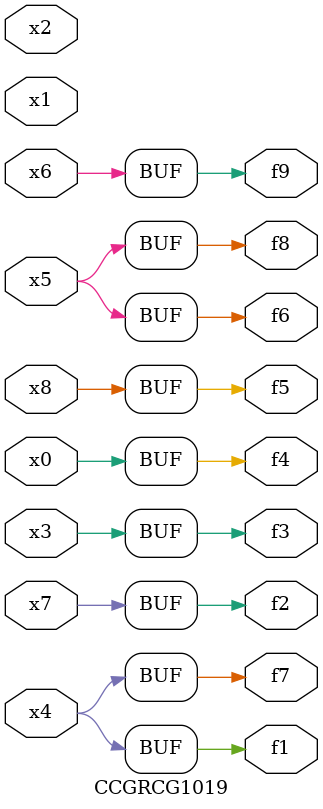
<source format=v>
module CCGRCG1019(
	input x0, x1, x2, x3, x4, x5, x6, x7, x8,
	output f1, f2, f3, f4, f5, f6, f7, f8, f9
);
	assign f1 = x4;
	assign f2 = x7;
	assign f3 = x3;
	assign f4 = x0;
	assign f5 = x8;
	assign f6 = x5;
	assign f7 = x4;
	assign f8 = x5;
	assign f9 = x6;
endmodule

</source>
